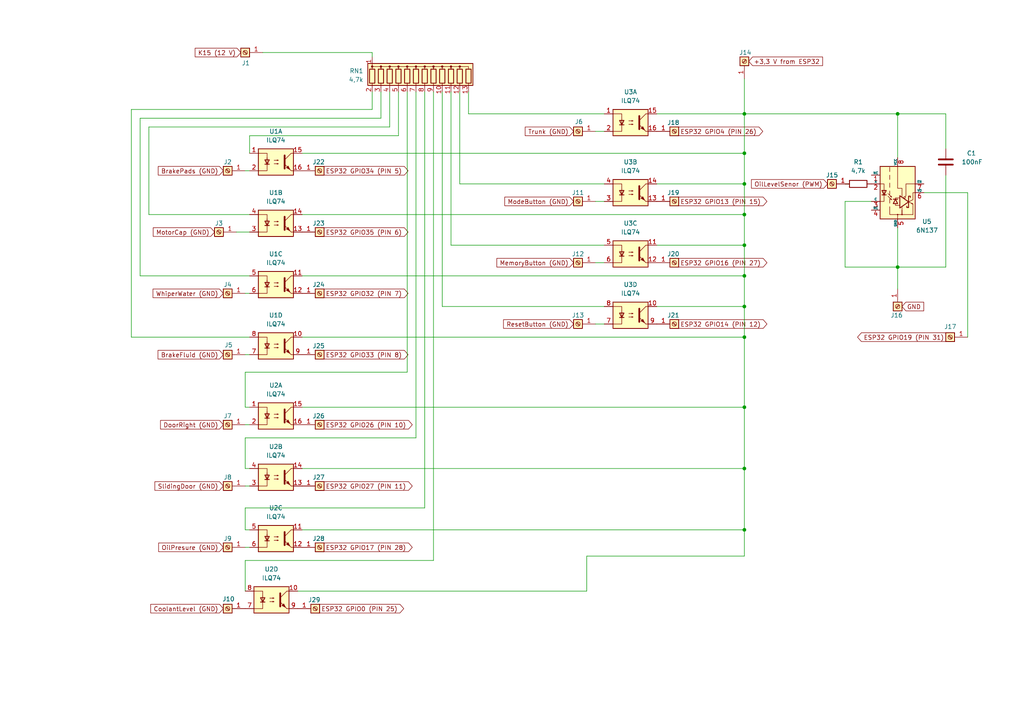
<source format=kicad_sch>
(kicad_sch (version 20231120) (generator "eeschema") (generator_version "8.0")
  (paper "A4")
  (lib_symbols
    (symbol "Connector:Screw_Terminal_01x01" (pin_names (offset 1.016) hide)
      (property "Reference" "J" (at 0 2.54 0))
      (property "Value" "Screw_Terminal_01x01" (at 0 -2.54 0))
      (symbol "Screw_Terminal_01x01_1_1"
        (rectangle (start -1.27 1.27) (end 1.27 -1.27) (stroke (width 0.254)) (fill (type background)))
        (polyline (pts (xy -0.5334 0.3302) (xy 0.3302 -0.508)) (stroke (width 0.1524)))
        (polyline (pts (xy -0.3556 0.508) (xy 0.508 -0.3302)) (stroke (width 0.1524)))
        (circle (center 0 0) (radius 0.635) (stroke (width 0.1524)))
        (pin passive line (at -5.08 0 0) (length 3.81) (name "Pin_1") (number "1"))
      )
    )
    (symbol "Device:C" (pin_numbers hide) (pin_names (offset 0.254))
      (property "Reference" "C" (at 0.635 2.54 0))
      (property "Value" "C" (at 0.635 -2.54 0))
      (symbol "C_0_1"
        (polyline (pts (xy -2.032 -0.762) (xy 2.032 -0.762)) (stroke (width 0.508)))
        (polyline (pts (xy -2.032 0.762) (xy 2.032 0.762)) (stroke (width 0.508)))
      )
      (symbol "C_1_1"
        (pin passive line (at 0 3.81 270) (length 2.794) (name "~") (number "1"))
        (pin passive line (at 0 -3.81 90) (length 2.794) (name "~") (number "2"))
      )
    )
    (symbol "Device:R" (pin_numbers hide) (pin_names (offset 0))
      (property "Reference" "R" (at 2.032 0 90))
      (property "Value" "R" (at 0 0 90))
      (symbol "R_0_1"
        (rectangle (start -1.016 -2.54) (end 1.016 2.54) (stroke (width 0.254)))
      )
      (symbol "R_1_1"
        (pin passive line (at 0 3.81 270) (length 1.27) (name "~") (number "1"))
        (pin passive line (at 0 -3.81 90) (length 1.27) (name "~") (number "2"))
      )
    )
    (symbol "Device:R_Network12" (pin_names (offset 0) hide)
      (property "Reference" "RN" (at -17.78 0 90))
      (property "Value" "R_Network12" (at 15.24 0 90))
      (symbol "R_Network12_0_1"
        (rectangle (start -16.51 -3.175) (end 13.97 3.175) (stroke (width 0.254)) (fill (type background)))
        (rectangle (start -16.002 1.524) (end -14.478 -2.54) (stroke (width 0.254)))
        (circle (center -15.24 2.286) (radius 0.254) (fill (type outline)))
        (rectangle (start -13.462 1.524) (end -11.938 -2.54) (stroke (width 0.254)))
        (circle (center -12.7 2.286) (radius 0.254) (fill (type outline)))
        (rectangle (start -10.922 1.524) (end -9.398 -2.54) (stroke (width 0.254)))
        (circle (center -10.16 2.286) (radius 0.254) (fill (type outline)))
        (rectangle (start -8.382 1.524) (end -6.858 -2.54) (stroke (width 0.254)))
        (circle (center -7.62 2.286) (radius 0.254) (fill (type outline)))
        (rectangle (start -5.842 1.524) (end -4.318 -2.54) (stroke (width 0.254)))
        (circle (center -5.08 2.286) (radius 0.254) (fill (type outline)))
        (rectangle (start -3.302 1.524) (end -1.778 -2.54) (stroke (width 0.254)))
        (circle (center -2.54 2.286) (radius 0.254) (fill (type outline)))
        (rectangle (start -0.762 1.524) (end 0.762 -2.54) (stroke (width 0.254)))
        (polyline (pts (xy -15.24 -2.54) (xy -15.24 -3.81)))
        (polyline (pts (xy -12.7 -2.54) (xy -12.7 -3.81)))
        (polyline (pts (xy -10.16 -2.54) (xy -10.16 -3.81)))
        (polyline (pts (xy -7.62 -2.54) (xy -7.62 -3.81)))
        (polyline (pts (xy -5.08 -2.54) (xy -5.08 -3.81)))
        (polyline (pts (xy -2.54 -2.54) (xy -2.54 -3.81)))
        (polyline (pts (xy 0 -2.54) (xy 0 -3.81)))
        (polyline (pts (xy 2.54 -2.54) (xy 2.54 -3.81)))
        (polyline (pts (xy 5.08 -2.54) (xy 5.08 -3.81)))
        (polyline (pts (xy 7.62 -2.54) (xy 7.62 -3.81)))
        (polyline (pts (xy 10.16 -2.54) (xy 10.16 -3.81)))
        (polyline (pts (xy 12.7 -2.54) (xy 12.7 -3.81)))
        (polyline (pts (xy -15.24 1.524) (xy -15.24 2.286) (xy -12.7 2.286) (xy -12.7 1.524)))
        (polyline (pts (xy -12.7 1.524) (xy -12.7 2.286) (xy -10.16 2.286) (xy -10.16 1.524)))
        (polyline (pts (xy -10.16 1.524) (xy -10.16 2.286) (xy -7.62 2.286) (xy -7.62 1.524)))
        (polyline (pts (xy -7.62 1.524) (xy -7.62 2.286) (xy -5.08 2.286) (xy -5.08 1.524)))
        (polyline (pts (xy -5.08 1.524) (xy -5.08 2.286) (xy -2.54 2.286) (xy -2.54 1.524)))
        (polyline (pts (xy -2.54 1.524) (xy -2.54 2.286) (xy 0 2.286) (xy 0 1.524)))
        (polyline (pts (xy 0 1.524) (xy 0 2.286) (xy 2.54 2.286) (xy 2.54 1.524)))
        (polyline (pts (xy 2.54 1.524) (xy 2.54 2.286) (xy 5.08 2.286) (xy 5.08 1.524)))
        (polyline (pts (xy 5.08 1.524) (xy 5.08 2.286) (xy 7.62 2.286) (xy 7.62 1.524)))
        (polyline (pts (xy 7.62 1.524) (xy 7.62 2.286) (xy 10.16 2.286) (xy 10.16 1.524)))
        (polyline (pts (xy 10.16 1.524) (xy 10.16 2.286) (xy 12.7 2.286) (xy 12.7 1.524)))
        (circle (center 0 2.286) (radius 0.254) (fill (type outline)))
        (rectangle (start 1.778 1.524) (end 3.302 -2.54) (stroke (width 0.254)))
        (circle (center 2.54 2.286) (radius 0.254) (fill (type outline)))
        (rectangle (start 4.318 1.524) (end 5.842 -2.54) (stroke (width 0.254)))
        (circle (center 5.08 2.286) (radius 0.254) (fill (type outline)))
        (rectangle (start 6.858 1.524) (end 8.382 -2.54) (stroke (width 0.254)))
        (circle (center 7.62 2.286) (radius 0.254) (fill (type outline)))
        (rectangle (start 9.398 1.524) (end 10.922 -2.54) (stroke (width 0.254)))
        (circle (center 10.16 2.286) (radius 0.254) (fill (type outline)))
        (rectangle (start 11.938 1.524) (end 13.462 -2.54) (stroke (width 0.254)))
      )
      (symbol "R_Network12_1_1"
        (pin passive line (at -15.24 5.08 270) (length 2.54) (name "common") (number "1"))
        (pin passive line (at 5.08 -5.08 90) (length 1.27) (name "R9") (number "10"))
        (pin passive line (at 7.62 -5.08 90) (length 1.27) (name "R10") (number "11"))
        (pin passive line (at 10.16 -5.08 90) (length 1.27) (name "R11") (number "12"))
        (pin passive line (at 12.7 -5.08 90) (length 1.27) (name "R12") (number "13"))
        (pin passive line (at -15.24 -5.08 90) (length 1.27) (name "R1") (number "2"))
        (pin passive line (at -12.7 -5.08 90) (length 1.27) (name "R2") (number "3"))
        (pin passive line (at -10.16 -5.08 90) (length 1.27) (name "R3") (number "4"))
        (pin passive line (at -7.62 -5.08 90) (length 1.27) (name "R4") (number "5"))
        (pin passive line (at -5.08 -5.08 90) (length 1.27) (name "R5") (number "6"))
        (pin passive line (at -2.54 -5.08 90) (length 1.27) (name "R6") (number "7"))
        (pin passive line (at 0 -5.08 90) (length 1.27) (name "R7") (number "8"))
        (pin passive line (at 2.54 -5.08 90) (length 1.27) (name "R8") (number "9"))
      )
    )
    (symbol "Isolator:6N137" (pin_names (offset 0))
      (property "Reference" "U" (at -4.064 8.89 0))
      (property "Value" "6N137" (at 0 -8.89 0))
      (symbol "6N137_0_1"
        (polyline (pts (xy 0 -6.35) (xy -2.286 -6.35) (xy -2.286 -4.064)))
        (polyline (pts (xy -5.08 -2.54) (xy -3.937 -2.54) (xy -3.937 2.54) (xy -5.08 2.54)))
        (polyline (pts (xy 1.27 -5.08) (xy 1.27 -6.35) (xy 0 -6.35) (xy 0 -7.62)))
        (polyline (pts (xy 3.175 -2.667) (xy 0.635 -4.445) (xy 0.635 -0.889) (xy 3.175 -2.667)) (stroke (width 0.254)))
        (polyline (pts (xy -2.794 -1.016) (xy -1.717 -2.093) (xy -2.076 -1.914) (xy -1.896 -1.734) (xy -1.717 -2.093)))
        (polyline (pts (xy -2.794 -0.254) (xy -1.717 -1.331) (xy -2.076 -1.152) (xy -1.896 -0.972) (xy -1.717 -1.331)))
      )
      (symbol "6N137_1_1"
        (rectangle (start -5.08 7.62) (end 5.08 -7.62) (stroke (width 0.254)) (fill (type background)))
        (circle (center 0 -6.35) (radius 0.127) (fill (type outline)))
        (polyline (pts (xy -4.572 -0.635) (xy -3.302 -0.635)) (stroke (width 0.254)))
        (polyline (pts (xy -2.286 -1.778) (xy -2.286 -3.048)))
        (polyline (pts (xy -2.286 0.508) (xy -2.286 -0.762)))
        (polyline (pts (xy -2.286 2.794) (xy -2.286 1.524)))
        (polyline (pts (xy -2.286 5.08) (xy -2.286 3.81)))
        (polyline (pts (xy -2.286 7.366) (xy -2.286 6.096)))
        (polyline (pts (xy -1.27 -1.905) (xy 0 -1.905)) (stroke (width 0.254)))
        (polyline (pts (xy -0.635 -3.302) (xy -0.635 -3.683) (xy 0.635 -3.683)))
        (polyline (pts (xy -0.635 -1.905) (xy -0.635 -1.524) (xy 0.508 -1.524)))
        (polyline (pts (xy 1.27 -4.064) (xy 1.27 -6.35) (xy 4.445 -6.35)))
        (polyline (pts (xy 3.175 -2.667) (xy 4.445 -3.302) (xy 4.445 -6.35)))
        (polyline (pts (xy -3.937 -0.635) (xy -4.572 0.635) (xy -3.302 0.635) (xy -3.937 -0.635)) (stroke (width 0.254)))
        (polyline (pts (xy -0.635 -1.905) (xy -1.27 -3.175) (xy 0 -3.175) (xy -0.635 -1.905)) (stroke (width 0.254)))
        (polyline (pts (xy 1.27 -1.27) (xy 1.27 1.27) (xy 0 1.27) (xy 0 7.62)))
        (polyline (pts (xy 2.1844 -1.1684) (xy 2.413 -0.889) (xy 2.413 2.54) (xy 5.08 2.54)))
        (polyline (pts (xy 3.175 -2.667) (xy 3.175 -4.318) (xy 2.667 -4.318) (xy 2.667 -3.937)) (stroke (width 0.254)))
        (polyline (pts (xy 3.175 -2.667) (xy 3.175 -1.016) (xy 3.683 -1.016) (xy 3.683 -1.397)) (stroke (width 0.254)))
        (polyline (pts (xy 3.175 -2.667) (xy 4.445 -2.032) (xy 4.445 0) (xy 5.08 0)))
        (polyline (pts (xy 4.445 -3.302) (xy 4.161 -3.018) (xy 4.047 -3.246) (xy 4.445 -3.302)) (stroke (width 0.127)) (fill (type outline)))
        (circle (center 1.27 -6.35) (radius 0.127) (fill (type outline)))
        (circle (center 2.032 -1.397) (radius 0.254))
        (pin passive line (at -7.62 5.08 0) (length 2.54) (name "NC") (number "1"))
        (pin passive line (at -7.62 2.54 0) (length 2.54) (name "A") (number "2"))
        (pin passive line (at -7.62 -2.54 0) (length 2.54) (name "C") (number "3"))
        (pin passive line (at -7.62 -5.08 0) (length 2.54) (name "NC") (number "4"))
        (pin power_in line (at 0 -10.16 90) (length 2.54) (name "GND") (number "5"))
        (pin open_collector line (at 7.62 0 180) (length 2.54) (name "VO") (number "6"))
        (pin input line (at 7.62 2.54 180) (length 2.54) (name "EN") (number "7"))
        (pin power_in line (at 0 10.16 270) (length 2.54) (name "VCC") (number "8"))
      )
    )
    (symbol "Isolator:ILQ74" (pin_names (offset 1.016))
      (property "Reference" "U" (at -5.08 5.08 0))
      (property "Value" "ILQ74" (at 0 5.08 0))
      (symbol "ILQ74_0_1"
        (rectangle (start -5.08 3.81) (end 5.08 -3.81) (stroke (width 0.254)) (fill (type background)))
        (polyline (pts (xy -3.175 -0.635) (xy -1.905 -0.635)) (stroke (width 0.254)))
        (polyline (pts (xy 2.54 0.635) (xy 4.445 2.54)))
        (polyline (pts (xy 4.445 -2.54) (xy 2.54 -0.635)) (fill (type outline)))
        (polyline (pts (xy 4.445 -2.54) (xy 5.08 -2.54)))
        (polyline (pts (xy 4.445 2.54) (xy 5.08 2.54)))
        (polyline (pts (xy -5.08 2.54) (xy -2.54 2.54) (xy -2.54 0.635)))
        (polyline (pts (xy 2.54 1.905) (xy 2.54 -1.905) (xy 2.54 -1.905)) (stroke (width 0.508)))
        (polyline (pts (xy -2.54 -0.635) (xy -3.175 0.635) (xy -1.905 0.635) (xy -2.54 -0.635)) (stroke (width 0.254)))
        (polyline (pts (xy -2.54 -0.635) (xy -2.54 1.27) (xy -2.54 -2.54) (xy -5.08 -2.54)))
        (polyline (pts (xy -0.508 -0.508) (xy 0.762 -0.508) (xy 0.381 -0.635) (xy 0.381 -0.381) (xy 0.762 -0.508)))
        (polyline (pts (xy -0.508 0.508) (xy 0.762 0.508) (xy 0.381 0.381) (xy 0.381 0.635) (xy 0.762 0.508)))
        (polyline (pts (xy 3.048 -1.651) (xy 3.556 -1.143) (xy 4.064 -2.159) (xy 3.048 -1.651) (xy 3.048 -1.651)) (fill (type outline)))
      )
      (symbol "ILQ74_1_1"
        (pin passive line (at -7.62 2.54 0) (length 2.54) (name "~") (number "1"))
        (pin passive line (at 7.62 2.54 180) (length 2.54) (name "~") (number "15"))
        (pin passive line (at 7.62 -2.54 180) (length 2.54) (name "~") (number "16"))
        (pin passive line (at -7.62 -2.54 0) (length 2.54) (name "~") (number "2"))
      )
      (symbol "ILQ74_2_1"
        (pin passive line (at 7.62 -2.54 180) (length 2.54) (name "~") (number "13"))
        (pin passive line (at 7.62 2.54 180) (length 2.54) (name "~") (number "14"))
        (pin passive line (at -7.62 -2.54 0) (length 2.54) (name "~") (number "3"))
        (pin passive line (at -7.62 2.54 0) (length 2.54) (name "~") (number "4"))
      )
      (symbol "ILQ74_3_1"
        (pin passive line (at 7.62 2.54 180) (length 2.54) (name "~") (number "11"))
        (pin passive line (at 7.62 -2.54 180) (length 2.54) (name "~") (number "12"))
        (pin passive line (at -7.62 2.54 0) (length 2.54) (name "~") (number "5"))
        (pin passive line (at -7.62 -2.54 0) (length 2.54) (name "~") (number "6"))
      )
      (symbol "ILQ74_4_1"
        (pin passive line (at 7.62 2.54 180) (length 2.54) (name "~") (number "10"))
        (pin passive line (at -7.62 -2.54 0) (length 2.54) (name "~") (number "7"))
        (pin passive line (at -7.62 2.54 0) (length 2.54) (name "~") (number "8"))
        (pin passive line (at 7.62 -2.54 180) (length 2.54) (name "~") (number "9"))
      )
    )
  )
  (junction (at 215.9 153.67))
  (junction (at 215.9 97.79))
  (junction (at 215.9 118.11))
  (junction (at 215.9 53.34))
  (junction (at 215.9 135.89))
  (junction (at 215.9 33.02))
  (junction (at 260.35 77.47))
  (junction (at 215.9 71.12))
  (junction (at 260.35 33.02))
  (junction (at 215.9 44.45))
  (junction (at 215.9 88.9))
  (junction (at 215.9 80.01))
  (junction (at 215.9 62.23))
  (wire (pts (xy 260.35 77.47) (xy 260.35 83.82)))
  (wire (pts (xy 118.11 107.95) (xy 71.12 107.95)))
  (wire (pts (xy 120.65 127) (xy 71.12 127)))
  (wire (pts (xy 215.9 135.89) (xy 215.9 118.11)))
  (wire (pts (xy 86.36 171.45) (xy 170.18 171.45)))
  (wire (pts (xy 71.12 127) (xy 71.12 135.89)))
  (wire (pts (xy 172.72 93.98) (xy 175.26 93.98)))
  (wire (pts (xy 43.18 62.23) (xy 72.39 62.23)))
  (wire (pts (xy 107.95 26.67) (xy 107.95 31.75)))
  (wire (pts (xy 120.65 26.67) (xy 120.65 127)))
  (wire (pts (xy 71.12 147.32) (xy 71.12 153.67)))
  (wire (pts (xy 71.12 49.53) (xy 72.39 49.53)))
  (wire (pts (xy 87.63 80.01) (xy 215.9 80.01)))
  (wire (pts (xy 38.1 97.79) (xy 72.39 97.79)))
  (wire (pts (xy 133.35 26.67) (xy 133.35 53.34)))
  (wire (pts (xy 71.12 107.95) (xy 71.12 118.11)))
  (wire (pts (xy 113.03 26.67) (xy 113.03 36.83)))
  (wire (pts (xy 125.73 162.56) (xy 71.12 162.56)))
  (wire (pts (xy 260.35 33.02) (xy 274.32 33.02)))
  (wire (pts (xy 72.39 140.97) (xy 71.12 140.97)))
  (wire (pts (xy 215.9 33.02) (xy 260.35 33.02)))
  (wire (pts (xy 215.9 161.29) (xy 215.9 153.67)))
  (wire (pts (xy 175.26 88.9) (xy 128.27 88.9)))
  (wire (pts (xy 215.9 71.12) (xy 215.9 80.01)))
  (wire (pts (xy 245.11 77.47) (xy 260.35 77.47)))
  (wire (pts (xy 215.9 153.67) (xy 215.9 135.89)))
  (wire (pts (xy 245.11 58.42) (xy 245.11 77.47)))
  (wire (pts (xy 87.63 118.11) (xy 215.9 118.11)))
  (wire (pts (xy 170.18 161.29) (xy 215.9 161.29)))
  (wire (pts (xy 43.18 36.83) (xy 43.18 62.23)))
  (wire (pts (xy 175.26 76.2) (xy 172.72 76.2)))
  (wire (pts (xy 71.12 153.67) (xy 72.39 153.67)))
  (wire (pts (xy 190.5 53.34) (xy 215.9 53.34)))
  (wire (pts (xy 110.49 34.29) (xy 40.64 34.29)))
  (wire (pts (xy 71.12 102.87) (xy 72.39 102.87)))
  (wire (pts (xy 72.39 39.37) (xy 72.39 44.45)))
  (wire (pts (xy 115.57 39.37) (xy 72.39 39.37)))
  (wire (pts (xy 135.89 33.02) (xy 175.26 33.02)))
  (wire (pts (xy 274.32 33.02) (xy 274.32 43.18)))
  (wire (pts (xy 130.81 71.12) (xy 130.81 26.67)))
  (wire (pts (xy 123.19 147.32) (xy 71.12 147.32)))
  (wire (pts (xy 107.95 15.24) (xy 107.95 16.51)))
  (wire (pts (xy 246.38 53.34) (xy 245.11 53.34)))
  (wire (pts (xy 128.27 88.9) (xy 128.27 26.67)))
  (wire (pts (xy 170.18 171.45) (xy 170.18 161.29)))
  (wire (pts (xy 71.12 118.11) (xy 72.39 118.11)))
  (wire (pts (xy 113.03 36.83) (xy 43.18 36.83)))
  (wire (pts (xy 110.49 26.67) (xy 110.49 34.29)))
  (wire (pts (xy 190.5 33.02) (xy 215.9 33.02)))
  (wire (pts (xy 215.9 118.11) (xy 215.9 97.79)))
  (wire (pts (xy 87.63 153.67) (xy 215.9 153.67)))
  (wire (pts (xy 38.1 31.75) (xy 38.1 97.79)))
  (wire (pts (xy 87.63 44.45) (xy 215.9 44.45)))
  (wire (pts (xy 68.58 67.31) (xy 72.39 67.31)))
  (wire (pts (xy 76.2 15.24) (xy 107.95 15.24)))
  (wire (pts (xy 133.35 53.34) (xy 175.26 53.34)))
  (wire (pts (xy 115.57 26.67) (xy 115.57 39.37)))
  (wire (pts (xy 215.9 44.45) (xy 215.9 53.34)))
  (wire (pts (xy 215.9 62.23) (xy 215.9 71.12)))
  (wire (pts (xy 215.9 22.86) (xy 215.9 33.02)))
  (wire (pts (xy 87.63 62.23) (xy 215.9 62.23)))
  (wire (pts (xy 40.64 34.29) (xy 40.64 80.01)))
  (wire (pts (xy 260.35 33.02) (xy 260.35 45.72)))
  (wire (pts (xy 87.63 135.89) (xy 215.9 135.89)))
  (wire (pts (xy 172.72 38.1) (xy 175.26 38.1)))
  (wire (pts (xy 267.97 55.88) (xy 280.67 55.88)))
  (wire (pts (xy 190.5 88.9) (xy 215.9 88.9)))
  (wire (pts (xy 215.9 33.02) (xy 215.9 44.45)))
  (wire (pts (xy 71.12 162.56) (xy 71.12 171.45)))
  (wire (pts (xy 274.32 77.47) (xy 260.35 77.47)))
  (wire (pts (xy 260.35 66.04) (xy 260.35 77.47)))
  (wire (pts (xy 123.19 26.67) (xy 123.19 147.32)))
  (wire (pts (xy 107.95 31.75) (xy 38.1 31.75)))
  (wire (pts (xy 118.11 26.67) (xy 118.11 107.95)))
  (wire (pts (xy 215.9 80.01) (xy 215.9 88.9)))
  (wire (pts (xy 40.64 80.01) (xy 72.39 80.01)))
  (wire (pts (xy 71.12 85.09) (xy 72.39 85.09)))
  (wire (pts (xy 172.72 58.42) (xy 175.26 58.42)))
  (wire (pts (xy 135.89 26.67) (xy 135.89 33.02)))
  (wire (pts (xy 215.9 88.9) (xy 215.9 97.79)))
  (wire (pts (xy 71.12 135.89) (xy 72.39 135.89)))
  (wire (pts (xy 87.63 97.79) (xy 215.9 97.79)))
  (wire (pts (xy 125.73 26.67) (xy 125.73 162.56)))
  (wire (pts (xy 175.26 71.12) (xy 130.81 71.12)))
  (wire (pts (xy 71.12 158.75) (xy 72.39 158.75)))
  (wire (pts (xy 280.67 55.88) (xy 280.67 97.79)))
  (wire (pts (xy 190.5 71.12) (xy 215.9 71.12)))
  (wire (pts (xy 274.32 50.8) (xy 274.32 77.47)))
  (wire (pts (xy 71.12 123.19) (xy 72.39 123.19)))
  (wire (pts (xy 252.73 58.42) (xy 245.11 58.42)))
  (wire (pts (xy 215.9 53.34) (xy 215.9 62.23)))
  (global_label "ESP32 GPIO32 (PIN 7)" (shape output) (at 93.98 85.09 0) (property "Intersheetrefs" "${INTERSHEET_REFS}" (effects (hide yes))))
  (global_label "DoorRight (GND)" (shape input) (at 64.77 123.19 180) (property "Intersheetrefs" "${INTERSHEET_REFS}" (effects (hide yes))))
  (global_label "BrakeFluid (GND)" (shape input) (at 64.77 102.87 180) (property "Intersheetrefs" "${INTERSHEET_REFS}" (effects (hide yes))))
  (global_label "ResetButton (GND)" (shape input) (at 166.37 93.98 180) (property "Intersheetrefs" "${INTERSHEET_REFS}" (effects (hide yes))))
  (global_label "WhiperWater (GND)" (shape input) (at 64.77 85.09 180) (property "Intersheetrefs" "${INTERSHEET_REFS}" (effects (hide yes))))
  (global_label "ESP32 GPIO19 (PIN 31)" (shape output) (at 274.32 97.79 180) (property "Intersheetrefs" "${INTERSHEET_REFS}" (effects (hide yes))))
  (global_label "ESP32 GPIO26 (PIN 10)" (shape output) (at 93.98 123.19 0) (property "Intersheetrefs" "${INTERSHEET_REFS}" (effects (hide yes))))
  (global_label "CoolantLevel (GND)" (shape input) (at 64.77 176.53 180) (property "Intersheetrefs" "${INTERSHEET_REFS}" (effects (hide yes))))
  (global_label "OilLevelSenor (PWM)" (shape input) (at 240.03 53.34 180) (property "Intersheetrefs" "${INTERSHEET_REFS}" (effects (hide yes))))
  (global_label "ESP32 GPIO33 (PIN 8)" (shape output) (at 93.98 102.87 0) (property "Intersheetrefs" "${INTERSHEET_REFS}" (effects (hide yes))))
  (global_label "ESP32 GPIO0 (PIN 25)" (shape output) (at 92.71 176.53 0) (property "Intersheetrefs" "${INTERSHEET_REFS}" (effects (hide yes))))
  (global_label "BrakePads (GND)" (shape input) (at 64.77 49.53 180) (property "Intersheetrefs" "${INTERSHEET_REFS}" (effects (hide yes))))
  (global_label "Trunk (GND)" (shape input) (at 166.37 38.1 180) (property "Intersheetrefs" "${INTERSHEET_REFS}" (effects (hide yes))))
  (global_label "OilPresure (GND)" (shape input) (at 64.77 158.75 180) (property "Intersheetrefs" "${INTERSHEET_REFS}" (effects (hide yes))))
  (global_label "ESP32 GPIO14 (PIN 12)" (shape output) (at 196.85 93.98 0) (property "Intersheetrefs" "${INTERSHEET_REFS}" (effects (hide yes))))
  (global_label "MotorCap (GND)" (shape input) (at 62.23 67.31 180) (property "Intersheetrefs" "${INTERSHEET_REFS}" (effects (hide yes))))
  (global_label "ESP32 GPIO34 (PIN 5)" (shape output) (at 93.98 49.53 0) (property "Intersheetrefs" "${INTERSHEET_REFS}" (effects (hide yes))))
  (global_label "ESP32 GPIO16 (PIN 27)" (shape output) (at 196.85 76.2 0) (property "Intersheetrefs" "${INTERSHEET_REFS}" (effects (hide yes))))
  (global_label "K15 (12 V)" (shape input) (at 69.85 15.24 180) (property "Intersheetrefs" "${INTERSHEET_REFS}" (effects (hide yes))))
  (global_label "+3,3 V from ESP32" (shape input) (at 217.17 17.78 0) (property "Intersheetrefs" "${INTERSHEET_REFS}" (effects (hide yes))))
  (global_label "MemoryButton (GND)" (shape input) (at 166.37 76.2 180) (property "Intersheetrefs" "${INTERSHEET_REFS}" (effects (hide yes))))
  (global_label "ESP32 GPIO35 (PIN 6)" (shape output) (at 93.98 67.31 0) (property "Intersheetrefs" "${INTERSHEET_REFS}" (effects (hide yes))))
  (global_label "GND" (shape input) (at 261.62 88.9 0) (property "Intersheetrefs" "${INTERSHEET_REFS}" (effects (hide yes))))
  (global_label "ESP32 GPIO13 (PIN 15)" (shape output) (at 196.85 58.42 0) (property "Intersheetrefs" "${INTERSHEET_REFS}" (effects (hide yes))))
  (global_label "ESP32 GPIO4 (PIN 26)" (shape output) (at 196.85 38.1 0) (property "Intersheetrefs" "${INTERSHEET_REFS}" (effects (hide yes))))
  (global_label "SlidingDoor (GND)" (shape input) (at 64.77 140.97 180) (property "Intersheetrefs" "${INTERSHEET_REFS}" (effects (hide yes))))
  (global_label "ESP32 GPIO27 (PIN 11)" (shape output) (at 93.98 140.97 0) (property "Intersheetrefs" "${INTERSHEET_REFS}" (effects (hide yes))))
  (global_label "ModeButton (GND)" (shape input) (at 166.37 58.42 180) (property "Intersheetrefs" "${INTERSHEET_REFS}" (effects (hide yes))))
  (global_label "ESP32 GPIO17 (PIN 28)" (shape output) (at 93.98 158.75 0) (property "Intersheetrefs" "${INTERSHEET_REFS}" (effects (hide yes))))
  (symbol (lib_id "Connector:Screw_Terminal_01x01") (at 92.71 85.09 0) (unit 1)
    (property "Reference" "J24" (at 94.234 82.55 0) (effects (justify right)))
    (property "Value" "GPIO 32" (effects (hide yes)))
    (property "Footprint" "Connector_Pin:Pin_D1.0mm_L10.0mm" (effects (hide yes)))
    (property "Description" "Generic screw terminal, single row, 01x01, script generated (kicad-library-utils/schlib/autogen/connector/)" (effects (hide yes)))
  )
  (symbol (lib_id "Isolator:ILQ74") (at 182.88 91.44 0) (unit 4)
    (property "Reference" "U3" (at 182.88 82.55 0))
    (property "Value" "ILQ74" (at 182.88 85.09 0))
    (property "Footprint" "Package_DIP:DIP-16_W7.62mm_Socket" (effects (hide yes)))
    (property "Datasheet" "https://www.vishay.com/docs/83640/ild74.pdf" (effects (hide yes)))
    (property "Description" "Quad Optocoupler, NPN Phototransistor Output, TTL compatible, DIP16/SMD16" (effects (hide yes)))
  )
  (symbol (lib_id "Connector:Screw_Terminal_01x01") (at 195.58 58.42 0) (unit 1)
    (property "Reference" "J19" (at 197.104 55.88 0) (effects (justify right)))
    (property "Value" "GPIO 13" (effects (hide yes)))
    (property "Footprint" "Connector_Pin:Pin_D1.0mm_L10.0mm" (effects (hide yes)))
    (property "Description" "Generic screw terminal, single row, 01x01, script generated (kicad-library-utils/schlib/autogen/connector/)" (effects (hide yes)))
  )
  (symbol (lib_id "Connector:Screw_Terminal_01x01") (at 260.35 88.9 270) (unit 1)
    (property "Reference" "J16" (at 261.874 91.44 90) (effects (justify right)))
    (property "Value" "GND" (effects (hide yes)))
    (property "Footprint" "Connector_Pin:Pin_D1.0mm_L10.0mm" (effects (hide yes)))
    (property "Description" "Generic screw terminal, single row, 01x01, script generated (kicad-library-utils/schlib/autogen/connector/)" (effects (hide yes)))
  )
  (symbol (lib_id "Connector:Screw_Terminal_01x01") (at 92.71 49.53 0) (unit 1)
    (property "Reference" "J22" (at 94.234 46.99 0) (effects (justify right)))
    (property "Value" "GPIO 34" (effects (hide yes)))
    (property "Footprint" "Connector_Pin:Pin_D1.0mm_L10.0mm" (effects (hide yes)))
    (property "Description" "Generic screw terminal, single row, 01x01, script generated (kicad-library-utils/schlib/autogen/connector/)" (effects (hide yes)))
  )
  (symbol (lib_id "Connector:Screw_Terminal_01x01") (at 195.58 93.98 0) (unit 1)
    (property "Reference" "J21" (at 197.104 91.44 0) (effects (justify right)))
    (property "Value" "GPIO 14" (effects (hide yes)))
    (property "Footprint" "Connector_Pin:Pin_D1.0mm_L10.0mm" (effects (hide yes)))
    (property "Description" "Generic screw terminal, single row, 01x01, script generated (kicad-library-utils/schlib/autogen/connector/)" (effects (hide yes)))
  )
  (symbol (lib_id "Isolator:ILQ74") (at 182.88 55.88 0) (unit 2)
    (property "Reference" "U3" (at 182.88 46.99 0))
    (property "Value" "ILQ74" (at 182.88 49.53 0))
    (property "Footprint" "Package_DIP:DIP-16_W7.62mm_Socket" (effects (hide yes)))
    (property "Datasheet" "https://www.vishay.com/docs/83640/ild74.pdf" (effects (hide yes)))
    (property "Description" "Quad Optocoupler, NPN Phototransistor Output, TTL compatible, DIP16/SMD16" (effects (hide yes)))
  )
  (symbol (lib_id "Isolator:ILQ74") (at 78.74 173.99 0) (unit 4)
    (property "Reference" "U2" (at 78.74 165.1 0))
    (property "Value" "ILQ74" (at 78.74 167.64 0))
    (property "Footprint" "Package_DIP:DIP-16_W7.62mm_Socket" (effects (hide yes)))
    (property "Datasheet" "https://www.vishay.com/docs/83640/ild74.pdf" (effects (hide yes)))
    (property "Description" "Quad Optocoupler, NPN Phototransistor Output, TTL compatible, DIP16/SMD16" (effects (hide yes)))
  )
  (symbol (lib_id "Isolator:ILQ74") (at 80.01 64.77 0) (unit 2)
    (property "Reference" "U1" (at 80.01 55.88 0))
    (property "Value" "ILQ74" (at 80.01 58.42 0))
    (property "Footprint" "Package_DIP:DIP-16_W7.62mm_Socket" (effects (hide yes)))
    (property "Datasheet" "https://www.vishay.com/docs/83640/ild74.pdf" (effects (hide yes)))
    (property "Description" "Quad Optocoupler, NPN Phototransistor Output, TTL compatible, DIP16/SMD16" (effects (hide yes)))
  )
  (symbol (lib_id "Connector:Screw_Terminal_01x01") (at 241.3 53.34 180) (unit 1)
    (property "Reference" "J15" (at 239.522 50.8 0) (effects (justify right)))
    (property "Value" "OilLevelSensor" (effects (hide yes)))
    (property "Footprint" "Connector_Pin:Pin_D1.0mm_L10.0mm" (effects (hide yes)))
    (property "Description" "Generic screw terminal, single row, 01x01, script generated (kicad-library-utils/schlib/autogen/connector/)" (effects (hide yes)))
  )
  (symbol (lib_id "Connector:Screw_Terminal_01x01") (at 167.64 76.2 180) (unit 1)
    (property "Reference" "J12" (at 167.64 73.66 0))
    (property "Value" "Memory" (effects (hide yes)))
    (property "Footprint" "Connector_Pin:Pin_D1.0mm_L10.0mm" (effects (hide yes)))
    (property "Description" "Generic screw terminal, single row, 01x01, script generated (kicad-library-utils/schlib/autogen/connector/)" (effects (hide yes)))
  )
  (symbol (lib_id "Isolator:ILQ74") (at 182.88 73.66 0) (unit 3)
    (property "Reference" "U3" (at 182.88 64.77 0))
    (property "Value" "ILQ74" (at 182.88 67.31 0))
    (property "Footprint" "Package_DIP:DIP-16_W7.62mm_Socket" (effects (hide yes)))
    (property "Datasheet" "https://www.vishay.com/docs/83640/ild74.pdf" (effects (hide yes)))
    (property "Description" "Quad Optocoupler, NPN Phototransistor Output, TTL compatible, DIP16/SMD16" (effects (hide yes)))
  )
  (symbol (lib_id "Connector:Screw_Terminal_01x01") (at 66.04 176.53 180) (unit 1)
    (property "Reference" "J10" (at 66.294 173.736 0))
    (property "Value" "CoolantLevel" (effects (hide yes)))
    (property "Footprint" "Connector_Pin:Pin_D1.0mm_L10.0mm" (effects (hide yes)))
    (property "Description" "Generic screw terminal, single row, 01x01, script generated (kicad-library-utils/schlib/autogen/connector/)" (effects (hide yes)))
  )
  (symbol (lib_id "Connector:Screw_Terminal_01x01") (at 66.04 49.53 180) (unit 1)
    (property "Reference" "J2" (at 66.04 46.99 0))
    (property "Value" "Brakepads" (effects (hide yes)))
    (property "Footprint" "Connector_Pin:Pin_D1.0mm_L10.0mm" (effects (hide yes)))
    (property "Description" "Generic screw terminal, single row, 01x01, script generated (kicad-library-utils/schlib/autogen/connector/)" (effects (hide yes)))
  )
  (symbol (lib_id "Connector:Screw_Terminal_01x01") (at 71.12 15.24 180) (unit 1)
    (property "Reference" "J1" (at 70.104 18.288 0) (effects (justify right)))
    (property "Value" "+12 V K15" (effects (hide yes)))
    (property "Footprint" "Connector_Pin:Pin_D1.0mm_L10.0mm" (effects (hide yes)))
    (property "Description" "Generic screw terminal, single row, 01x01, script generated (kicad-library-utils/schlib/autogen/connector/)" (effects (hide yes)))
  )
  (symbol (lib_id "Isolator:ILQ74") (at 80.01 138.43 0) (unit 2)
    (property "Reference" "U2" (at 80.01 129.54 0))
    (property "Value" "ILQ74" (at 80.01 132.08 0))
    (property "Footprint" "Package_DIP:DIP-16_W7.62mm_Socket" (effects (hide yes)))
    (property "Datasheet" "https://www.vishay.com/docs/83640/ild74.pdf" (effects (hide yes)))
    (property "Description" "Quad Optocoupler, NPN Phototransistor Output, TTL compatible, DIP16/SMD16" (effects (hide yes)))
  )
  (symbol (lib_id "Connector:Screw_Terminal_01x01") (at 66.04 140.97 180) (unit 1)
    (property "Reference" "J8" (at 66.04 138.43 0))
    (property "Value" "SlidingDoor" (effects (hide yes)))
    (property "Footprint" "Connector_Pin:Pin_D1.0mm_L10.0mm" (effects (hide yes)))
    (property "Description" "Generic screw terminal, single row, 01x01, script generated (kicad-library-utils/schlib/autogen/connector/)" (effects (hide yes)))
  )
  (symbol (lib_id "Device:R") (at 248.92 53.34 90) (unit 1)
    (property "Reference" "R1" (at 248.92 46.99 90))
    (property "Value" "4,7k" (at 248.92 49.53 90))
    (property "Footprint" "Resistor_THT:R_Axial_DIN0207_L6.3mm_D2.5mm_P7.62mm_Horizontal" (effects (hide yes)))
    (property "Description" "Resistor" (effects (hide yes)))
  )
  (symbol (lib_id "Isolator:ILQ74") (at 80.01 82.55 0) (unit 3)
    (property "Reference" "U1" (at 80.01 73.66 0))
    (property "Value" "ILQ74" (at 80.01 76.2 0))
    (property "Footprint" "Package_DIP:DIP-16_W7.62mm_Socket" (effects (hide yes)))
    (property "Datasheet" "https://www.vishay.com/docs/83640/ild74.pdf" (effects (hide yes)))
    (property "Description" "Quad Optocoupler, NPN Phototransistor Output, TTL compatible, DIP16/SMD16" (effects (hide yes)))
  )
  (symbol (lib_id "Isolator:ILQ74") (at 80.01 100.33 0) (unit 4)
    (property "Reference" "U1" (at 80.01 91.44 0))
    (property "Value" "ILQ74" (at 80.01 93.98 0))
    (property "Footprint" "Package_DIP:DIP-16_W7.62mm_Socket" (effects (hide yes)))
    (property "Datasheet" "https://www.vishay.com/docs/83640/ild74.pdf" (effects (hide yes)))
    (property "Description" "Quad Optocoupler, NPN Phototransistor Output, TTL compatible, DIP16/SMD16" (effects (hide yes)))
  )
  (symbol (lib_id "Connector:Screw_Terminal_01x01") (at 92.71 67.31 0) (unit 1)
    (property "Reference" "J23" (at 94.234 64.77 0) (effects (justify right)))
    (property "Value" "GPIO 35" (effects (hide yes)))
    (property "Footprint" "Connector_Pin:Pin_D1.0mm_L10.0mm" (effects (hide yes)))
    (property "Description" "Generic screw terminal, single row, 01x01, script generated (kicad-library-utils/schlib/autogen/connector/)" (effects (hide yes)))
  )
  (symbol (lib_id "Isolator:ILQ74") (at 80.01 156.21 0) (unit 3)
    (property "Reference" "U2" (at 80.01 147.32 0))
    (property "Value" "ILQ74" (at 80.01 149.86 0))
    (property "Footprint" "Package_DIP:DIP-16_W7.62mm_Socket" (effects (hide yes)))
    (property "Datasheet" "https://www.vishay.com/docs/83640/ild74.pdf" (effects (hide yes)))
    (property "Description" "Quad Optocoupler, NPN Phototransistor Output, TTL compatible, DIP16/SMD16" (effects (hide yes)))
  )
  (symbol (lib_id "Connector:Screw_Terminal_01x01") (at 195.58 76.2 0) (unit 1)
    (property "Reference" "J20" (at 197.104 73.66 0) (effects (justify right)))
    (property "Value" "GPIO 16" (effects (hide yes)))
    (property "Footprint" "Connector_Pin:Pin_D1.0mm_L10.0mm" (effects (hide yes)))
    (property "Description" "Generic screw terminal, single row, 01x01, script generated (kicad-library-utils/schlib/autogen/connector/)" (effects (hide yes)))
  )
  (symbol (lib_id "Connector:Screw_Terminal_01x01") (at 275.59 97.79 180) (unit 1)
    (property "Reference" "J17" (at 273.812 94.742 0) (effects (justify right)))
    (property "Value" "GPIO 19" (effects (hide yes)))
    (property "Footprint" "Connector_Pin:Pin_D1.0mm_L10.0mm" (effects (hide yes)))
    (property "Description" "Generic screw terminal, single row, 01x01, script generated (kicad-library-utils/schlib/autogen/connector/)" (effects (hide yes)))
  )
  (symbol (lib_id "Connector:Screw_Terminal_01x01") (at 66.04 158.75 180) (unit 1)
    (property "Reference" "J9" (at 66.04 156.21 0))
    (property "Value" "OilPresure" (effects (hide yes)))
    (property "Footprint" "Connector_Pin:Pin_D1.0mm_L10.0mm" (effects (hide yes)))
    (property "Description" "Generic screw terminal, single row, 01x01, script generated (kicad-library-utils/schlib/autogen/connector/)" (effects (hide yes)))
  )
  (symbol (lib_id "Connector:Screw_Terminal_01x01") (at 66.04 85.09 180) (unit 1)
    (property "Reference" "J4" (at 66.04 82.55 0))
    (property "Value" "WhiperWater" (effects (hide yes)))
    (property "Footprint" "Connector_Pin:Pin_D1.0mm_L10.0mm" (effects (hide yes)))
    (property "Description" "Generic screw terminal, single row, 01x01, script generated (kicad-library-utils/schlib/autogen/connector/)" (effects (hide yes)))
  )
  (symbol (lib_id "Isolator:6N137") (at 260.35 55.88 0) (unit 1)
    (property "Reference" "U5" (at 267.462 64.262 0) (effects (justify left)))
    (property "Value" "6N137" (at 265.684 66.802 0) (effects (justify left)))
    (property "Footprint" "Package_DIP:DIP-8_W7.62mm" (effects (hide yes)))
    (property "Datasheet" "https://docs.broadcom.com/docs/AV02-0940EN" (effects (hide yes)))
    (property "Description" "Single High Speed LSTTL/TTL Compatible Optocoupler with enable, dV/dt 1000/us, VCM 10, max 7V VCC, DIP-8" (effects (hide yes)))
  )
  (symbol (lib_id "Connector:Screw_Terminal_01x01") (at 195.58 38.1 0) (unit 1)
    (property "Reference" "J18" (at 197.104 35.56 0) (effects (justify right)))
    (property "Value" "GPIO 4" (effects (hide yes)))
    (property "Footprint" "Connector_Pin:Pin_D1.0mm_L10.0mm" (effects (hide yes)))
    (property "Description" "Generic screw terminal, single row, 01x01, script generated (kicad-library-utils/schlib/autogen/connector/)" (effects (hide yes)))
  )
  (symbol (lib_id "Connector:Screw_Terminal_01x01") (at 92.71 140.97 0) (unit 1)
    (property "Reference" "J27" (at 94.234 138.43 0) (effects (justify right)))
    (property "Value" "GPIO 27" (effects (hide yes)))
    (property "Footprint" "Connector_Pin:Pin_D1.0mm_L10.0mm" (effects (hide yes)))
    (property "Description" "Generic screw terminal, single row, 01x01, script generated (kicad-library-utils/schlib/autogen/connector/)" (effects (hide yes)))
  )
  (symbol (lib_id "Connector:Screw_Terminal_01x01") (at 215.9 17.78 90) (unit 1)
    (property "Reference" "J14" (at 214.376 15.24 90) (effects (justify right)))
    (property "Value" "+ 3,3 V" (effects (hide yes)))
    (property "Footprint" "Connector_Pin:Pin_D1.0mm_L10.0mm" (effects (hide yes)))
    (property "Description" "Generic screw terminal, single row, 01x01, script generated (kicad-library-utils/schlib/autogen/connector/)" (effects (hide yes)))
  )
  (symbol (lib_id "Device:C") (at 274.32 46.99 0) (unit 1)
    (property "Reference" "C1" (at 280.416 44.45 0) (effects (justify left)))
    (property "Value" "100nF" (at 278.892 46.99 0) (effects (justify left)))
    (property "Footprint" "Capacitor_THT:CP_Radial_D5.0mm_P2.50mm" (effects (hide yes)))
    (property "Description" "Unpolarized capacitor" (effects (hide yes)))
  )
  (symbol (lib_id "Connector:Screw_Terminal_01x01") (at 92.71 123.19 0) (unit 1)
    (property "Reference" "J26" (at 94.234 120.65 0) (effects (justify right)))
    (property "Value" "GPIO 26" (effects (hide yes)))
    (property "Footprint" "Connector_Pin:Pin_D1.0mm_L10.0mm" (effects (hide yes)))
    (property "Description" "Generic screw terminal, single row, 01x01, script generated (kicad-library-utils/schlib/autogen/connector/)" (effects (hide yes)))
  )
  (symbol (lib_id "Connector:Screw_Terminal_01x01") (at 66.04 102.87 180) (unit 1)
    (property "Reference" "J5" (at 66.294 100.076 0))
    (property "Value" "BrakeFluid" (effects (hide yes)))
    (property "Footprint" "Connector_Pin:Pin_D1.0mm_L10.0mm" (effects (hide yes)))
    (property "Description" "Generic screw terminal, single row, 01x01, script generated (kicad-library-utils/schlib/autogen/connector/)" (effects (hide yes)))
  )
  (symbol (lib_id "Connector:Screw_Terminal_01x01") (at 167.64 58.42 180) (unit 1)
    (property "Reference" "J11" (at 167.64 55.88 0))
    (property "Value" "Mode" (effects (hide yes)))
    (property "Footprint" "Connector_Pin:Pin_D1.0mm_L10.0mm" (effects (hide yes)))
    (property "Description" "Generic screw terminal, single row, 01x01, script generated (kicad-library-utils/schlib/autogen/connector/)" (effects (hide yes)))
  )
  (symbol (lib_id "Connector:Screw_Terminal_01x01") (at 63.5 67.31 180) (unit 1)
    (property "Reference" "J3" (at 63.5 64.77 0))
    (property "Value" "MotorCap" (effects (hide yes)))
    (property "Footprint" "Connector_Pin:Pin_D1.0mm_L10.0mm" (effects (hide yes)))
    (property "Description" "Generic screw terminal, single row, 01x01, script generated (kicad-library-utils/schlib/autogen/connector/)" (effects (hide yes)))
  )
  (symbol (lib_id "Isolator:ILQ74") (at 80.01 46.99 0) (unit 1)
    (property "Reference" "U1" (at 80.01 38.1 0))
    (property "Value" "ILQ74" (at 80.01 40.64 0))
    (property "Footprint" "Package_DIP:DIP-16_W7.62mm_Socket" (effects (hide yes)))
    (property "Datasheet" "https://www.vishay.com/docs/83640/ild74.pdf" (effects (hide yes)))
    (property "Description" "Quad Optocoupler, NPN Phototransistor Output, TTL compatible, DIP16/SMD16" (effects (hide yes)))
  )
  (symbol (lib_id "Isolator:ILQ74") (at 80.01 120.65 0) (unit 1)
    (property "Reference" "U2" (at 80.01 111.76 0))
    (property "Value" "ILQ74" (at 80.01 114.3 0))
    (property "Footprint" "Package_DIP:DIP-16_W7.62mm_Socket" (effects (hide yes)))
    (property "Datasheet" "https://www.vishay.com/docs/83640/ild74.pdf" (effects (hide yes)))
    (property "Description" "Quad Optocoupler, NPN Phototransistor Output, TTL compatible, DIP16/SMD16" (effects (hide yes)))
  )
  (symbol (lib_id "Connector:Screw_Terminal_01x01") (at 91.44 176.53 0) (unit 1)
    (property "Reference" "J29" (at 92.964 173.99 0) (effects (justify right)))
    (property "Value" "GPIO 0" (effects (hide yes)))
    (property "Footprint" "Connector_Pin:Pin_D1.0mm_L10.0mm" (effects (hide yes)))
    (property "Description" "Generic screw terminal, single row, 01x01, script generated (kicad-library-utils/schlib/autogen/connector/)" (effects (hide yes)))
  )
  (symbol (lib_id "Connector:Screw_Terminal_01x01") (at 92.71 158.75 0) (unit 1)
    (property "Reference" "J28" (at 94.234 156.21 0) (effects (justify right)))
    (property "Value" "GPIO 17" (effects (hide yes)))
    (property "Footprint" "Connector_Pin:Pin_D1.0mm_L10.0mm" (effects (hide yes)))
    (property "Description" "Generic screw terminal, single row, 01x01, script generated (kicad-library-utils/schlib/autogen/connector/)" (effects (hide yes)))
  )
  (symbol (lib_id "Connector:Screw_Terminal_01x01") (at 167.64 93.98 180) (unit 1)
    (property "Reference" "J13" (at 167.64 91.44 0))
    (property "Value" "RESET" (effects (hide yes)))
    (property "Footprint" "Connector_Pin:Pin_D1.0mm_L10.0mm" (effects (hide yes)))
    (property "Description" "Generic screw terminal, single row, 01x01, script generated (kicad-library-utils/schlib/autogen/connector/)" (effects (hide yes)))
  )
  (symbol (lib_id "Connector:Screw_Terminal_01x01") (at 92.71 102.87 0) (unit 1)
    (property "Reference" "J25" (at 94.234 100.33 0) (effects (justify right)))
    (property "Value" "GPIO 33" (effects (hide yes)))
    (property "Footprint" "Connector_Pin:Pin_D1.0mm_L10.0mm" (effects (hide yes)))
    (property "Description" "Generic screw terminal, single row, 01x01, script generated (kicad-library-utils/schlib/autogen/connector/)" (effects (hide yes)))
  )
  (symbol (lib_id "Connector:Screw_Terminal_01x01") (at 66.04 123.19 180) (unit 1)
    (property "Reference" "J7" (at 66.04 120.65 0))
    (property "Value" "DoorRight" (effects (hide yes)))
    (property "Footprint" "Connector_Pin:Pin_D1.0mm_L10.0mm" (effects (hide yes)))
    (property "Description" "Generic screw terminal, single row, 01x01, script generated (kicad-library-utils/schlib/autogen/connector/)" (effects (hide yes)))
  )
  (symbol (lib_id "Connector:Screw_Terminal_01x01") (at 167.64 38.1 180) (unit 1)
    (property "Reference" "J6" (at 167.894 35.306 0))
    (property "Value" "Trunk" (effects (hide yes)))
    (property "Footprint" "Connector_Pin:Pin_D1.0mm_L10.0mm" (effects (hide yes)))
    (property "Description" "Generic screw terminal, single row, 01x01, script generated (kicad-library-utils/schlib/autogen/connector/)" (effects (hide yes)))
  )
  (symbol (lib_id "Isolator:ILQ74") (at 182.88 35.56 0) (unit 1)
    (property "Reference" "U3" (at 182.88 26.67 0))
    (property "Value" "ILQ74" (at 182.88 29.21 0))
    (property "Footprint" "Package_DIP:DIP-16_W7.62mm_Socket" (effects (hide yes)))
    (property "Datasheet" "https://www.vishay.com/docs/83640/ild74.pdf" (effects (hide yes)))
    (property "Description" "Quad Optocoupler, NPN Phototransistor Output, TTL compatible, DIP16/SMD16" (effects (hide yes)))
  )
  (symbol (lib_id "Device:R_Network12") (at 123.19 21.59 0) (unit 1)
    (property "Reference" "RN1" (at 105.41 20.5739 0) (effects (justify right)))
    (property "Value" "4,7k" (at 105.41 23.1139 0) (effects (justify right)))
    (property "Footprint" "Resistor_THT:R_Array_SIP13" (effects (hide yes)))
    (property "Datasheet" "http://www.vishay.com/docs/31509/csc.pdf" (effects (hide yes)))
    (property "Description" "12 resistor network, star topology, bussed resistors, small symbol" (effects (hide yes)))
  )
)
</source>
